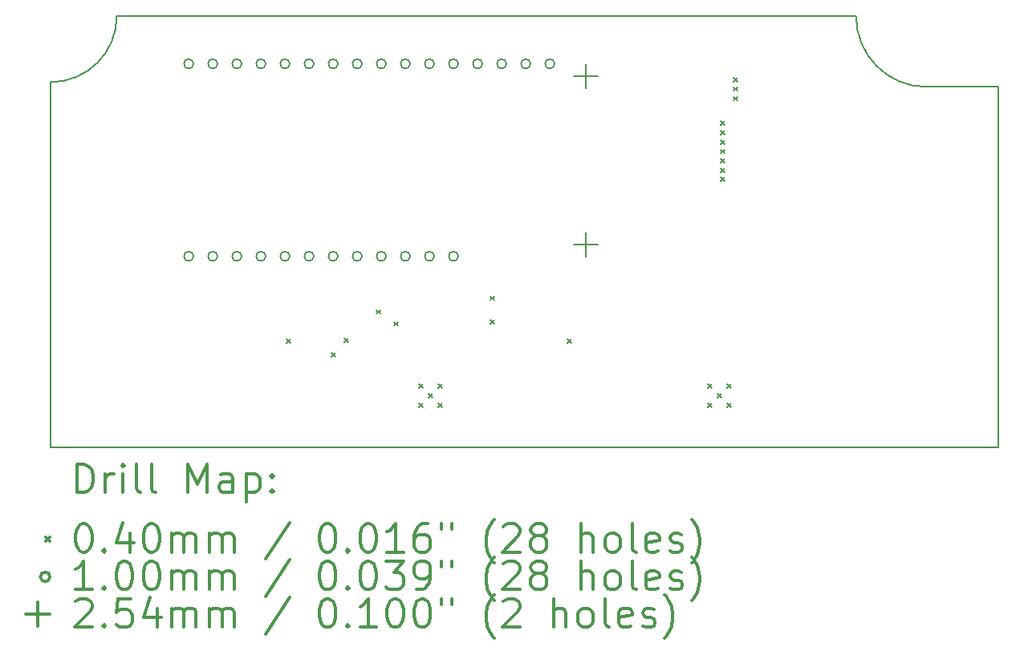
<source format=gbr>
%FSLAX45Y45*%
G04 Gerber Fmt 4.5, Leading zero omitted, Abs format (unit mm)*
G04 Created by KiCad (PCBNEW 5.1.4) date 2019-08-24 18:03:42*
%MOMM*%
%LPD*%
G04 APERTURE LIST*
%ADD10C,0.200000*%
%ADD11C,0.300000*%
G04 APERTURE END LIST*
D10*
X19200000Y-7917404D02*
X19200000Y-11725000D01*
X9200000Y-7866604D02*
X9200000Y-11725000D01*
X9895199Y-7171405D02*
X17695650Y-7171405D01*
X19200000Y-7917404D02*
X18441649Y-7917404D01*
X9200000Y-11725000D02*
X19200000Y-11725000D01*
X9895199Y-7171405D02*
G75*
G02X9200000Y-7866604I-695199J0D01*
G01*
X18441649Y-7917404D02*
G75*
G02X17695650Y-7171405I0J745999D01*
G01*
D10*
X11690000Y-10580000D02*
X11730000Y-10620000D01*
X11730000Y-10580000D02*
X11690000Y-10620000D01*
X12160000Y-10725000D02*
X12200000Y-10765000D01*
X12200000Y-10725000D02*
X12160000Y-10765000D01*
X12295000Y-10575000D02*
X12335000Y-10615000D01*
X12335000Y-10575000D02*
X12295000Y-10615000D01*
X12632825Y-10272825D02*
X12672825Y-10312825D01*
X12672825Y-10272825D02*
X12632825Y-10312825D01*
X12820000Y-10400000D02*
X12860000Y-10440000D01*
X12860000Y-10400000D02*
X12820000Y-10440000D01*
X13086400Y-11054400D02*
X13126400Y-11094400D01*
X13126400Y-11054400D02*
X13086400Y-11094400D01*
X13086400Y-11257600D02*
X13126400Y-11297600D01*
X13126400Y-11257600D02*
X13086400Y-11297600D01*
X13188000Y-11156000D02*
X13228000Y-11196000D01*
X13228000Y-11156000D02*
X13188000Y-11196000D01*
X13289600Y-11054400D02*
X13329600Y-11094400D01*
X13329600Y-11054400D02*
X13289600Y-11094400D01*
X13289600Y-11257600D02*
X13329600Y-11297600D01*
X13329600Y-11257600D02*
X13289600Y-11297600D01*
X13840000Y-10130000D02*
X13880000Y-10170000D01*
X13880000Y-10130000D02*
X13840000Y-10170000D01*
X13840000Y-10380000D02*
X13880000Y-10420000D01*
X13880000Y-10380000D02*
X13840000Y-10420000D01*
X14650000Y-10580000D02*
X14690000Y-10620000D01*
X14690000Y-10580000D02*
X14650000Y-10620000D01*
X16134400Y-11054400D02*
X16174400Y-11094400D01*
X16174400Y-11054400D02*
X16134400Y-11094400D01*
X16134400Y-11257600D02*
X16174400Y-11297600D01*
X16174400Y-11257600D02*
X16134400Y-11297600D01*
X16236000Y-11156000D02*
X16276000Y-11196000D01*
X16276000Y-11156000D02*
X16236000Y-11196000D01*
X16270000Y-8280000D02*
X16310000Y-8320000D01*
X16310000Y-8280000D02*
X16270000Y-8320000D01*
X16270000Y-8380000D02*
X16310000Y-8420000D01*
X16310000Y-8380000D02*
X16270000Y-8420000D01*
X16270000Y-8480000D02*
X16310000Y-8520000D01*
X16310000Y-8480000D02*
X16270000Y-8520000D01*
X16270000Y-8580000D02*
X16310000Y-8620000D01*
X16310000Y-8580000D02*
X16270000Y-8620000D01*
X16270000Y-8680000D02*
X16310000Y-8720000D01*
X16310000Y-8680000D02*
X16270000Y-8720000D01*
X16270000Y-8780000D02*
X16310000Y-8820000D01*
X16310000Y-8780000D02*
X16270000Y-8820000D01*
X16270000Y-8870000D02*
X16310000Y-8910000D01*
X16310000Y-8870000D02*
X16270000Y-8910000D01*
X16337600Y-11054400D02*
X16377600Y-11094400D01*
X16377600Y-11054400D02*
X16337600Y-11094400D01*
X16337600Y-11257600D02*
X16377600Y-11297600D01*
X16377600Y-11257600D02*
X16337600Y-11297600D01*
X16404200Y-7819800D02*
X16444200Y-7859800D01*
X16444200Y-7819800D02*
X16404200Y-7859800D01*
X16404200Y-7919800D02*
X16444200Y-7959800D01*
X16444200Y-7919800D02*
X16404200Y-7959800D01*
X16404200Y-8019800D02*
X16444200Y-8059800D01*
X16444200Y-8019800D02*
X16404200Y-8059800D01*
X10704000Y-7673000D02*
G75*
G03X10704000Y-7673000I-50000J0D01*
G01*
X10704000Y-9705000D02*
G75*
G03X10704000Y-9705000I-50000J0D01*
G01*
X10958000Y-7673000D02*
G75*
G03X10958000Y-7673000I-50000J0D01*
G01*
X10958000Y-9705000D02*
G75*
G03X10958000Y-9705000I-50000J0D01*
G01*
X11212000Y-7673000D02*
G75*
G03X11212000Y-7673000I-50000J0D01*
G01*
X11212000Y-9705000D02*
G75*
G03X11212000Y-9705000I-50000J0D01*
G01*
X11466000Y-7673000D02*
G75*
G03X11466000Y-7673000I-50000J0D01*
G01*
X11466000Y-9705000D02*
G75*
G03X11466000Y-9705000I-50000J0D01*
G01*
X11720000Y-7673000D02*
G75*
G03X11720000Y-7673000I-50000J0D01*
G01*
X11720000Y-9705000D02*
G75*
G03X11720000Y-9705000I-50000J0D01*
G01*
X11974000Y-7673000D02*
G75*
G03X11974000Y-7673000I-50000J0D01*
G01*
X11974000Y-9705000D02*
G75*
G03X11974000Y-9705000I-50000J0D01*
G01*
X12228000Y-7673000D02*
G75*
G03X12228000Y-7673000I-50000J0D01*
G01*
X12228000Y-9705000D02*
G75*
G03X12228000Y-9705000I-50000J0D01*
G01*
X12482000Y-7673000D02*
G75*
G03X12482000Y-7673000I-50000J0D01*
G01*
X12482000Y-9705000D02*
G75*
G03X12482000Y-9705000I-50000J0D01*
G01*
X12736000Y-7673000D02*
G75*
G03X12736000Y-7673000I-50000J0D01*
G01*
X12736000Y-9705000D02*
G75*
G03X12736000Y-9705000I-50000J0D01*
G01*
X12990000Y-7673000D02*
G75*
G03X12990000Y-7673000I-50000J0D01*
G01*
X12990000Y-9705000D02*
G75*
G03X12990000Y-9705000I-50000J0D01*
G01*
X13244000Y-7673000D02*
G75*
G03X13244000Y-7673000I-50000J0D01*
G01*
X13244000Y-9705000D02*
G75*
G03X13244000Y-9705000I-50000J0D01*
G01*
X13498000Y-7673000D02*
G75*
G03X13498000Y-7673000I-50000J0D01*
G01*
X13498000Y-9705000D02*
G75*
G03X13498000Y-9705000I-50000J0D01*
G01*
X13752000Y-7673000D02*
G75*
G03X13752000Y-7673000I-50000J0D01*
G01*
X14006000Y-7673000D02*
G75*
G03X14006000Y-7673000I-50000J0D01*
G01*
X14260000Y-7673000D02*
G75*
G03X14260000Y-7673000I-50000J0D01*
G01*
X14514000Y-7673000D02*
G75*
G03X14514000Y-7673000I-50000J0D01*
G01*
X14845000Y-7673000D02*
X14845000Y-7927000D01*
X14718000Y-7800000D02*
X14972000Y-7800000D01*
X14845000Y-9451000D02*
X14845000Y-9705000D01*
X14718000Y-9578000D02*
X14972000Y-9578000D01*
D11*
X9476428Y-12200714D02*
X9476428Y-11900714D01*
X9547857Y-11900714D01*
X9590714Y-11915000D01*
X9619286Y-11943571D01*
X9633571Y-11972143D01*
X9647857Y-12029286D01*
X9647857Y-12072143D01*
X9633571Y-12129286D01*
X9619286Y-12157857D01*
X9590714Y-12186429D01*
X9547857Y-12200714D01*
X9476428Y-12200714D01*
X9776428Y-12200714D02*
X9776428Y-12000714D01*
X9776428Y-12057857D02*
X9790714Y-12029286D01*
X9805000Y-12015000D01*
X9833571Y-12000714D01*
X9862143Y-12000714D01*
X9962143Y-12200714D02*
X9962143Y-12000714D01*
X9962143Y-11900714D02*
X9947857Y-11915000D01*
X9962143Y-11929286D01*
X9976428Y-11915000D01*
X9962143Y-11900714D01*
X9962143Y-11929286D01*
X10147857Y-12200714D02*
X10119286Y-12186429D01*
X10105000Y-12157857D01*
X10105000Y-11900714D01*
X10305000Y-12200714D02*
X10276428Y-12186429D01*
X10262143Y-12157857D01*
X10262143Y-11900714D01*
X10647857Y-12200714D02*
X10647857Y-11900714D01*
X10747857Y-12115000D01*
X10847857Y-11900714D01*
X10847857Y-12200714D01*
X11119286Y-12200714D02*
X11119286Y-12043571D01*
X11105000Y-12015000D01*
X11076428Y-12000714D01*
X11019286Y-12000714D01*
X10990714Y-12015000D01*
X11119286Y-12186429D02*
X11090714Y-12200714D01*
X11019286Y-12200714D01*
X10990714Y-12186429D01*
X10976428Y-12157857D01*
X10976428Y-12129286D01*
X10990714Y-12100714D01*
X11019286Y-12086429D01*
X11090714Y-12086429D01*
X11119286Y-12072143D01*
X11262143Y-12000714D02*
X11262143Y-12300714D01*
X11262143Y-12015000D02*
X11290714Y-12000714D01*
X11347857Y-12000714D01*
X11376428Y-12015000D01*
X11390714Y-12029286D01*
X11405000Y-12057857D01*
X11405000Y-12143571D01*
X11390714Y-12172143D01*
X11376428Y-12186429D01*
X11347857Y-12200714D01*
X11290714Y-12200714D01*
X11262143Y-12186429D01*
X11533571Y-12172143D02*
X11547857Y-12186429D01*
X11533571Y-12200714D01*
X11519286Y-12186429D01*
X11533571Y-12172143D01*
X11533571Y-12200714D01*
X11533571Y-12015000D02*
X11547857Y-12029286D01*
X11533571Y-12043571D01*
X11519286Y-12029286D01*
X11533571Y-12015000D01*
X11533571Y-12043571D01*
X9150000Y-12675000D02*
X9190000Y-12715000D01*
X9190000Y-12675000D02*
X9150000Y-12715000D01*
X9533571Y-12530714D02*
X9562143Y-12530714D01*
X9590714Y-12545000D01*
X9605000Y-12559286D01*
X9619286Y-12587857D01*
X9633571Y-12645000D01*
X9633571Y-12716429D01*
X9619286Y-12773571D01*
X9605000Y-12802143D01*
X9590714Y-12816429D01*
X9562143Y-12830714D01*
X9533571Y-12830714D01*
X9505000Y-12816429D01*
X9490714Y-12802143D01*
X9476428Y-12773571D01*
X9462143Y-12716429D01*
X9462143Y-12645000D01*
X9476428Y-12587857D01*
X9490714Y-12559286D01*
X9505000Y-12545000D01*
X9533571Y-12530714D01*
X9762143Y-12802143D02*
X9776428Y-12816429D01*
X9762143Y-12830714D01*
X9747857Y-12816429D01*
X9762143Y-12802143D01*
X9762143Y-12830714D01*
X10033571Y-12630714D02*
X10033571Y-12830714D01*
X9962143Y-12516429D02*
X9890714Y-12730714D01*
X10076428Y-12730714D01*
X10247857Y-12530714D02*
X10276428Y-12530714D01*
X10305000Y-12545000D01*
X10319286Y-12559286D01*
X10333571Y-12587857D01*
X10347857Y-12645000D01*
X10347857Y-12716429D01*
X10333571Y-12773571D01*
X10319286Y-12802143D01*
X10305000Y-12816429D01*
X10276428Y-12830714D01*
X10247857Y-12830714D01*
X10219286Y-12816429D01*
X10205000Y-12802143D01*
X10190714Y-12773571D01*
X10176428Y-12716429D01*
X10176428Y-12645000D01*
X10190714Y-12587857D01*
X10205000Y-12559286D01*
X10219286Y-12545000D01*
X10247857Y-12530714D01*
X10476428Y-12830714D02*
X10476428Y-12630714D01*
X10476428Y-12659286D02*
X10490714Y-12645000D01*
X10519286Y-12630714D01*
X10562143Y-12630714D01*
X10590714Y-12645000D01*
X10605000Y-12673571D01*
X10605000Y-12830714D01*
X10605000Y-12673571D02*
X10619286Y-12645000D01*
X10647857Y-12630714D01*
X10690714Y-12630714D01*
X10719286Y-12645000D01*
X10733571Y-12673571D01*
X10733571Y-12830714D01*
X10876428Y-12830714D02*
X10876428Y-12630714D01*
X10876428Y-12659286D02*
X10890714Y-12645000D01*
X10919286Y-12630714D01*
X10962143Y-12630714D01*
X10990714Y-12645000D01*
X11005000Y-12673571D01*
X11005000Y-12830714D01*
X11005000Y-12673571D02*
X11019286Y-12645000D01*
X11047857Y-12630714D01*
X11090714Y-12630714D01*
X11119286Y-12645000D01*
X11133571Y-12673571D01*
X11133571Y-12830714D01*
X11719286Y-12516429D02*
X11462143Y-12902143D01*
X12105000Y-12530714D02*
X12133571Y-12530714D01*
X12162143Y-12545000D01*
X12176428Y-12559286D01*
X12190714Y-12587857D01*
X12205000Y-12645000D01*
X12205000Y-12716429D01*
X12190714Y-12773571D01*
X12176428Y-12802143D01*
X12162143Y-12816429D01*
X12133571Y-12830714D01*
X12105000Y-12830714D01*
X12076428Y-12816429D01*
X12062143Y-12802143D01*
X12047857Y-12773571D01*
X12033571Y-12716429D01*
X12033571Y-12645000D01*
X12047857Y-12587857D01*
X12062143Y-12559286D01*
X12076428Y-12545000D01*
X12105000Y-12530714D01*
X12333571Y-12802143D02*
X12347857Y-12816429D01*
X12333571Y-12830714D01*
X12319286Y-12816429D01*
X12333571Y-12802143D01*
X12333571Y-12830714D01*
X12533571Y-12530714D02*
X12562143Y-12530714D01*
X12590714Y-12545000D01*
X12605000Y-12559286D01*
X12619286Y-12587857D01*
X12633571Y-12645000D01*
X12633571Y-12716429D01*
X12619286Y-12773571D01*
X12605000Y-12802143D01*
X12590714Y-12816429D01*
X12562143Y-12830714D01*
X12533571Y-12830714D01*
X12505000Y-12816429D01*
X12490714Y-12802143D01*
X12476428Y-12773571D01*
X12462143Y-12716429D01*
X12462143Y-12645000D01*
X12476428Y-12587857D01*
X12490714Y-12559286D01*
X12505000Y-12545000D01*
X12533571Y-12530714D01*
X12919286Y-12830714D02*
X12747857Y-12830714D01*
X12833571Y-12830714D02*
X12833571Y-12530714D01*
X12805000Y-12573571D01*
X12776428Y-12602143D01*
X12747857Y-12616429D01*
X13176428Y-12530714D02*
X13119286Y-12530714D01*
X13090714Y-12545000D01*
X13076428Y-12559286D01*
X13047857Y-12602143D01*
X13033571Y-12659286D01*
X13033571Y-12773571D01*
X13047857Y-12802143D01*
X13062143Y-12816429D01*
X13090714Y-12830714D01*
X13147857Y-12830714D01*
X13176428Y-12816429D01*
X13190714Y-12802143D01*
X13205000Y-12773571D01*
X13205000Y-12702143D01*
X13190714Y-12673571D01*
X13176428Y-12659286D01*
X13147857Y-12645000D01*
X13090714Y-12645000D01*
X13062143Y-12659286D01*
X13047857Y-12673571D01*
X13033571Y-12702143D01*
X13319286Y-12530714D02*
X13319286Y-12587857D01*
X13433571Y-12530714D02*
X13433571Y-12587857D01*
X13876428Y-12945000D02*
X13862143Y-12930714D01*
X13833571Y-12887857D01*
X13819286Y-12859286D01*
X13805000Y-12816429D01*
X13790714Y-12745000D01*
X13790714Y-12687857D01*
X13805000Y-12616429D01*
X13819286Y-12573571D01*
X13833571Y-12545000D01*
X13862143Y-12502143D01*
X13876428Y-12487857D01*
X13976428Y-12559286D02*
X13990714Y-12545000D01*
X14019286Y-12530714D01*
X14090714Y-12530714D01*
X14119286Y-12545000D01*
X14133571Y-12559286D01*
X14147857Y-12587857D01*
X14147857Y-12616429D01*
X14133571Y-12659286D01*
X13962143Y-12830714D01*
X14147857Y-12830714D01*
X14319286Y-12659286D02*
X14290714Y-12645000D01*
X14276428Y-12630714D01*
X14262143Y-12602143D01*
X14262143Y-12587857D01*
X14276428Y-12559286D01*
X14290714Y-12545000D01*
X14319286Y-12530714D01*
X14376428Y-12530714D01*
X14405000Y-12545000D01*
X14419286Y-12559286D01*
X14433571Y-12587857D01*
X14433571Y-12602143D01*
X14419286Y-12630714D01*
X14405000Y-12645000D01*
X14376428Y-12659286D01*
X14319286Y-12659286D01*
X14290714Y-12673571D01*
X14276428Y-12687857D01*
X14262143Y-12716429D01*
X14262143Y-12773571D01*
X14276428Y-12802143D01*
X14290714Y-12816429D01*
X14319286Y-12830714D01*
X14376428Y-12830714D01*
X14405000Y-12816429D01*
X14419286Y-12802143D01*
X14433571Y-12773571D01*
X14433571Y-12716429D01*
X14419286Y-12687857D01*
X14405000Y-12673571D01*
X14376428Y-12659286D01*
X14790714Y-12830714D02*
X14790714Y-12530714D01*
X14919286Y-12830714D02*
X14919286Y-12673571D01*
X14905000Y-12645000D01*
X14876428Y-12630714D01*
X14833571Y-12630714D01*
X14805000Y-12645000D01*
X14790714Y-12659286D01*
X15105000Y-12830714D02*
X15076428Y-12816429D01*
X15062143Y-12802143D01*
X15047857Y-12773571D01*
X15047857Y-12687857D01*
X15062143Y-12659286D01*
X15076428Y-12645000D01*
X15105000Y-12630714D01*
X15147857Y-12630714D01*
X15176428Y-12645000D01*
X15190714Y-12659286D01*
X15205000Y-12687857D01*
X15205000Y-12773571D01*
X15190714Y-12802143D01*
X15176428Y-12816429D01*
X15147857Y-12830714D01*
X15105000Y-12830714D01*
X15376428Y-12830714D02*
X15347857Y-12816429D01*
X15333571Y-12787857D01*
X15333571Y-12530714D01*
X15605000Y-12816429D02*
X15576428Y-12830714D01*
X15519286Y-12830714D01*
X15490714Y-12816429D01*
X15476428Y-12787857D01*
X15476428Y-12673571D01*
X15490714Y-12645000D01*
X15519286Y-12630714D01*
X15576428Y-12630714D01*
X15605000Y-12645000D01*
X15619286Y-12673571D01*
X15619286Y-12702143D01*
X15476428Y-12730714D01*
X15733571Y-12816429D02*
X15762143Y-12830714D01*
X15819286Y-12830714D01*
X15847857Y-12816429D01*
X15862143Y-12787857D01*
X15862143Y-12773571D01*
X15847857Y-12745000D01*
X15819286Y-12730714D01*
X15776428Y-12730714D01*
X15747857Y-12716429D01*
X15733571Y-12687857D01*
X15733571Y-12673571D01*
X15747857Y-12645000D01*
X15776428Y-12630714D01*
X15819286Y-12630714D01*
X15847857Y-12645000D01*
X15962143Y-12945000D02*
X15976428Y-12930714D01*
X16005000Y-12887857D01*
X16019286Y-12859286D01*
X16033571Y-12816429D01*
X16047857Y-12745000D01*
X16047857Y-12687857D01*
X16033571Y-12616429D01*
X16019286Y-12573571D01*
X16005000Y-12545000D01*
X15976428Y-12502143D01*
X15962143Y-12487857D01*
X9190000Y-13091000D02*
G75*
G03X9190000Y-13091000I-50000J0D01*
G01*
X9633571Y-13226714D02*
X9462143Y-13226714D01*
X9547857Y-13226714D02*
X9547857Y-12926714D01*
X9519286Y-12969571D01*
X9490714Y-12998143D01*
X9462143Y-13012429D01*
X9762143Y-13198143D02*
X9776428Y-13212429D01*
X9762143Y-13226714D01*
X9747857Y-13212429D01*
X9762143Y-13198143D01*
X9762143Y-13226714D01*
X9962143Y-12926714D02*
X9990714Y-12926714D01*
X10019286Y-12941000D01*
X10033571Y-12955286D01*
X10047857Y-12983857D01*
X10062143Y-13041000D01*
X10062143Y-13112429D01*
X10047857Y-13169571D01*
X10033571Y-13198143D01*
X10019286Y-13212429D01*
X9990714Y-13226714D01*
X9962143Y-13226714D01*
X9933571Y-13212429D01*
X9919286Y-13198143D01*
X9905000Y-13169571D01*
X9890714Y-13112429D01*
X9890714Y-13041000D01*
X9905000Y-12983857D01*
X9919286Y-12955286D01*
X9933571Y-12941000D01*
X9962143Y-12926714D01*
X10247857Y-12926714D02*
X10276428Y-12926714D01*
X10305000Y-12941000D01*
X10319286Y-12955286D01*
X10333571Y-12983857D01*
X10347857Y-13041000D01*
X10347857Y-13112429D01*
X10333571Y-13169571D01*
X10319286Y-13198143D01*
X10305000Y-13212429D01*
X10276428Y-13226714D01*
X10247857Y-13226714D01*
X10219286Y-13212429D01*
X10205000Y-13198143D01*
X10190714Y-13169571D01*
X10176428Y-13112429D01*
X10176428Y-13041000D01*
X10190714Y-12983857D01*
X10205000Y-12955286D01*
X10219286Y-12941000D01*
X10247857Y-12926714D01*
X10476428Y-13226714D02*
X10476428Y-13026714D01*
X10476428Y-13055286D02*
X10490714Y-13041000D01*
X10519286Y-13026714D01*
X10562143Y-13026714D01*
X10590714Y-13041000D01*
X10605000Y-13069571D01*
X10605000Y-13226714D01*
X10605000Y-13069571D02*
X10619286Y-13041000D01*
X10647857Y-13026714D01*
X10690714Y-13026714D01*
X10719286Y-13041000D01*
X10733571Y-13069571D01*
X10733571Y-13226714D01*
X10876428Y-13226714D02*
X10876428Y-13026714D01*
X10876428Y-13055286D02*
X10890714Y-13041000D01*
X10919286Y-13026714D01*
X10962143Y-13026714D01*
X10990714Y-13041000D01*
X11005000Y-13069571D01*
X11005000Y-13226714D01*
X11005000Y-13069571D02*
X11019286Y-13041000D01*
X11047857Y-13026714D01*
X11090714Y-13026714D01*
X11119286Y-13041000D01*
X11133571Y-13069571D01*
X11133571Y-13226714D01*
X11719286Y-12912429D02*
X11462143Y-13298143D01*
X12105000Y-12926714D02*
X12133571Y-12926714D01*
X12162143Y-12941000D01*
X12176428Y-12955286D01*
X12190714Y-12983857D01*
X12205000Y-13041000D01*
X12205000Y-13112429D01*
X12190714Y-13169571D01*
X12176428Y-13198143D01*
X12162143Y-13212429D01*
X12133571Y-13226714D01*
X12105000Y-13226714D01*
X12076428Y-13212429D01*
X12062143Y-13198143D01*
X12047857Y-13169571D01*
X12033571Y-13112429D01*
X12033571Y-13041000D01*
X12047857Y-12983857D01*
X12062143Y-12955286D01*
X12076428Y-12941000D01*
X12105000Y-12926714D01*
X12333571Y-13198143D02*
X12347857Y-13212429D01*
X12333571Y-13226714D01*
X12319286Y-13212429D01*
X12333571Y-13198143D01*
X12333571Y-13226714D01*
X12533571Y-12926714D02*
X12562143Y-12926714D01*
X12590714Y-12941000D01*
X12605000Y-12955286D01*
X12619286Y-12983857D01*
X12633571Y-13041000D01*
X12633571Y-13112429D01*
X12619286Y-13169571D01*
X12605000Y-13198143D01*
X12590714Y-13212429D01*
X12562143Y-13226714D01*
X12533571Y-13226714D01*
X12505000Y-13212429D01*
X12490714Y-13198143D01*
X12476428Y-13169571D01*
X12462143Y-13112429D01*
X12462143Y-13041000D01*
X12476428Y-12983857D01*
X12490714Y-12955286D01*
X12505000Y-12941000D01*
X12533571Y-12926714D01*
X12733571Y-12926714D02*
X12919286Y-12926714D01*
X12819286Y-13041000D01*
X12862143Y-13041000D01*
X12890714Y-13055286D01*
X12905000Y-13069571D01*
X12919286Y-13098143D01*
X12919286Y-13169571D01*
X12905000Y-13198143D01*
X12890714Y-13212429D01*
X12862143Y-13226714D01*
X12776428Y-13226714D01*
X12747857Y-13212429D01*
X12733571Y-13198143D01*
X13062143Y-13226714D02*
X13119286Y-13226714D01*
X13147857Y-13212429D01*
X13162143Y-13198143D01*
X13190714Y-13155286D01*
X13205000Y-13098143D01*
X13205000Y-12983857D01*
X13190714Y-12955286D01*
X13176428Y-12941000D01*
X13147857Y-12926714D01*
X13090714Y-12926714D01*
X13062143Y-12941000D01*
X13047857Y-12955286D01*
X13033571Y-12983857D01*
X13033571Y-13055286D01*
X13047857Y-13083857D01*
X13062143Y-13098143D01*
X13090714Y-13112429D01*
X13147857Y-13112429D01*
X13176428Y-13098143D01*
X13190714Y-13083857D01*
X13205000Y-13055286D01*
X13319286Y-12926714D02*
X13319286Y-12983857D01*
X13433571Y-12926714D02*
X13433571Y-12983857D01*
X13876428Y-13341000D02*
X13862143Y-13326714D01*
X13833571Y-13283857D01*
X13819286Y-13255286D01*
X13805000Y-13212429D01*
X13790714Y-13141000D01*
X13790714Y-13083857D01*
X13805000Y-13012429D01*
X13819286Y-12969571D01*
X13833571Y-12941000D01*
X13862143Y-12898143D01*
X13876428Y-12883857D01*
X13976428Y-12955286D02*
X13990714Y-12941000D01*
X14019286Y-12926714D01*
X14090714Y-12926714D01*
X14119286Y-12941000D01*
X14133571Y-12955286D01*
X14147857Y-12983857D01*
X14147857Y-13012429D01*
X14133571Y-13055286D01*
X13962143Y-13226714D01*
X14147857Y-13226714D01*
X14319286Y-13055286D02*
X14290714Y-13041000D01*
X14276428Y-13026714D01*
X14262143Y-12998143D01*
X14262143Y-12983857D01*
X14276428Y-12955286D01*
X14290714Y-12941000D01*
X14319286Y-12926714D01*
X14376428Y-12926714D01*
X14405000Y-12941000D01*
X14419286Y-12955286D01*
X14433571Y-12983857D01*
X14433571Y-12998143D01*
X14419286Y-13026714D01*
X14405000Y-13041000D01*
X14376428Y-13055286D01*
X14319286Y-13055286D01*
X14290714Y-13069571D01*
X14276428Y-13083857D01*
X14262143Y-13112429D01*
X14262143Y-13169571D01*
X14276428Y-13198143D01*
X14290714Y-13212429D01*
X14319286Y-13226714D01*
X14376428Y-13226714D01*
X14405000Y-13212429D01*
X14419286Y-13198143D01*
X14433571Y-13169571D01*
X14433571Y-13112429D01*
X14419286Y-13083857D01*
X14405000Y-13069571D01*
X14376428Y-13055286D01*
X14790714Y-13226714D02*
X14790714Y-12926714D01*
X14919286Y-13226714D02*
X14919286Y-13069571D01*
X14905000Y-13041000D01*
X14876428Y-13026714D01*
X14833571Y-13026714D01*
X14805000Y-13041000D01*
X14790714Y-13055286D01*
X15105000Y-13226714D02*
X15076428Y-13212429D01*
X15062143Y-13198143D01*
X15047857Y-13169571D01*
X15047857Y-13083857D01*
X15062143Y-13055286D01*
X15076428Y-13041000D01*
X15105000Y-13026714D01*
X15147857Y-13026714D01*
X15176428Y-13041000D01*
X15190714Y-13055286D01*
X15205000Y-13083857D01*
X15205000Y-13169571D01*
X15190714Y-13198143D01*
X15176428Y-13212429D01*
X15147857Y-13226714D01*
X15105000Y-13226714D01*
X15376428Y-13226714D02*
X15347857Y-13212429D01*
X15333571Y-13183857D01*
X15333571Y-12926714D01*
X15605000Y-13212429D02*
X15576428Y-13226714D01*
X15519286Y-13226714D01*
X15490714Y-13212429D01*
X15476428Y-13183857D01*
X15476428Y-13069571D01*
X15490714Y-13041000D01*
X15519286Y-13026714D01*
X15576428Y-13026714D01*
X15605000Y-13041000D01*
X15619286Y-13069571D01*
X15619286Y-13098143D01*
X15476428Y-13126714D01*
X15733571Y-13212429D02*
X15762143Y-13226714D01*
X15819286Y-13226714D01*
X15847857Y-13212429D01*
X15862143Y-13183857D01*
X15862143Y-13169571D01*
X15847857Y-13141000D01*
X15819286Y-13126714D01*
X15776428Y-13126714D01*
X15747857Y-13112429D01*
X15733571Y-13083857D01*
X15733571Y-13069571D01*
X15747857Y-13041000D01*
X15776428Y-13026714D01*
X15819286Y-13026714D01*
X15847857Y-13041000D01*
X15962143Y-13341000D02*
X15976428Y-13326714D01*
X16005000Y-13283857D01*
X16019286Y-13255286D01*
X16033571Y-13212429D01*
X16047857Y-13141000D01*
X16047857Y-13083857D01*
X16033571Y-13012429D01*
X16019286Y-12969571D01*
X16005000Y-12941000D01*
X15976428Y-12898143D01*
X15962143Y-12883857D01*
X9063000Y-13360000D02*
X9063000Y-13614000D01*
X8936000Y-13487000D02*
X9190000Y-13487000D01*
X9462143Y-13351286D02*
X9476428Y-13337000D01*
X9505000Y-13322714D01*
X9576428Y-13322714D01*
X9605000Y-13337000D01*
X9619286Y-13351286D01*
X9633571Y-13379857D01*
X9633571Y-13408429D01*
X9619286Y-13451286D01*
X9447857Y-13622714D01*
X9633571Y-13622714D01*
X9762143Y-13594143D02*
X9776428Y-13608429D01*
X9762143Y-13622714D01*
X9747857Y-13608429D01*
X9762143Y-13594143D01*
X9762143Y-13622714D01*
X10047857Y-13322714D02*
X9905000Y-13322714D01*
X9890714Y-13465571D01*
X9905000Y-13451286D01*
X9933571Y-13437000D01*
X10005000Y-13437000D01*
X10033571Y-13451286D01*
X10047857Y-13465571D01*
X10062143Y-13494143D01*
X10062143Y-13565571D01*
X10047857Y-13594143D01*
X10033571Y-13608429D01*
X10005000Y-13622714D01*
X9933571Y-13622714D01*
X9905000Y-13608429D01*
X9890714Y-13594143D01*
X10319286Y-13422714D02*
X10319286Y-13622714D01*
X10247857Y-13308429D02*
X10176428Y-13522714D01*
X10362143Y-13522714D01*
X10476428Y-13622714D02*
X10476428Y-13422714D01*
X10476428Y-13451286D02*
X10490714Y-13437000D01*
X10519286Y-13422714D01*
X10562143Y-13422714D01*
X10590714Y-13437000D01*
X10605000Y-13465571D01*
X10605000Y-13622714D01*
X10605000Y-13465571D02*
X10619286Y-13437000D01*
X10647857Y-13422714D01*
X10690714Y-13422714D01*
X10719286Y-13437000D01*
X10733571Y-13465571D01*
X10733571Y-13622714D01*
X10876428Y-13622714D02*
X10876428Y-13422714D01*
X10876428Y-13451286D02*
X10890714Y-13437000D01*
X10919286Y-13422714D01*
X10962143Y-13422714D01*
X10990714Y-13437000D01*
X11005000Y-13465571D01*
X11005000Y-13622714D01*
X11005000Y-13465571D02*
X11019286Y-13437000D01*
X11047857Y-13422714D01*
X11090714Y-13422714D01*
X11119286Y-13437000D01*
X11133571Y-13465571D01*
X11133571Y-13622714D01*
X11719286Y-13308429D02*
X11462143Y-13694143D01*
X12105000Y-13322714D02*
X12133571Y-13322714D01*
X12162143Y-13337000D01*
X12176428Y-13351286D01*
X12190714Y-13379857D01*
X12205000Y-13437000D01*
X12205000Y-13508429D01*
X12190714Y-13565571D01*
X12176428Y-13594143D01*
X12162143Y-13608429D01*
X12133571Y-13622714D01*
X12105000Y-13622714D01*
X12076428Y-13608429D01*
X12062143Y-13594143D01*
X12047857Y-13565571D01*
X12033571Y-13508429D01*
X12033571Y-13437000D01*
X12047857Y-13379857D01*
X12062143Y-13351286D01*
X12076428Y-13337000D01*
X12105000Y-13322714D01*
X12333571Y-13594143D02*
X12347857Y-13608429D01*
X12333571Y-13622714D01*
X12319286Y-13608429D01*
X12333571Y-13594143D01*
X12333571Y-13622714D01*
X12633571Y-13622714D02*
X12462143Y-13622714D01*
X12547857Y-13622714D02*
X12547857Y-13322714D01*
X12519286Y-13365571D01*
X12490714Y-13394143D01*
X12462143Y-13408429D01*
X12819286Y-13322714D02*
X12847857Y-13322714D01*
X12876428Y-13337000D01*
X12890714Y-13351286D01*
X12905000Y-13379857D01*
X12919286Y-13437000D01*
X12919286Y-13508429D01*
X12905000Y-13565571D01*
X12890714Y-13594143D01*
X12876428Y-13608429D01*
X12847857Y-13622714D01*
X12819286Y-13622714D01*
X12790714Y-13608429D01*
X12776428Y-13594143D01*
X12762143Y-13565571D01*
X12747857Y-13508429D01*
X12747857Y-13437000D01*
X12762143Y-13379857D01*
X12776428Y-13351286D01*
X12790714Y-13337000D01*
X12819286Y-13322714D01*
X13105000Y-13322714D02*
X13133571Y-13322714D01*
X13162143Y-13337000D01*
X13176428Y-13351286D01*
X13190714Y-13379857D01*
X13205000Y-13437000D01*
X13205000Y-13508429D01*
X13190714Y-13565571D01*
X13176428Y-13594143D01*
X13162143Y-13608429D01*
X13133571Y-13622714D01*
X13105000Y-13622714D01*
X13076428Y-13608429D01*
X13062143Y-13594143D01*
X13047857Y-13565571D01*
X13033571Y-13508429D01*
X13033571Y-13437000D01*
X13047857Y-13379857D01*
X13062143Y-13351286D01*
X13076428Y-13337000D01*
X13105000Y-13322714D01*
X13319286Y-13322714D02*
X13319286Y-13379857D01*
X13433571Y-13322714D02*
X13433571Y-13379857D01*
X13876428Y-13737000D02*
X13862143Y-13722714D01*
X13833571Y-13679857D01*
X13819286Y-13651286D01*
X13805000Y-13608429D01*
X13790714Y-13537000D01*
X13790714Y-13479857D01*
X13805000Y-13408429D01*
X13819286Y-13365571D01*
X13833571Y-13337000D01*
X13862143Y-13294143D01*
X13876428Y-13279857D01*
X13976428Y-13351286D02*
X13990714Y-13337000D01*
X14019286Y-13322714D01*
X14090714Y-13322714D01*
X14119286Y-13337000D01*
X14133571Y-13351286D01*
X14147857Y-13379857D01*
X14147857Y-13408429D01*
X14133571Y-13451286D01*
X13962143Y-13622714D01*
X14147857Y-13622714D01*
X14505000Y-13622714D02*
X14505000Y-13322714D01*
X14633571Y-13622714D02*
X14633571Y-13465571D01*
X14619286Y-13437000D01*
X14590714Y-13422714D01*
X14547857Y-13422714D01*
X14519286Y-13437000D01*
X14505000Y-13451286D01*
X14819286Y-13622714D02*
X14790714Y-13608429D01*
X14776428Y-13594143D01*
X14762143Y-13565571D01*
X14762143Y-13479857D01*
X14776428Y-13451286D01*
X14790714Y-13437000D01*
X14819286Y-13422714D01*
X14862143Y-13422714D01*
X14890714Y-13437000D01*
X14905000Y-13451286D01*
X14919286Y-13479857D01*
X14919286Y-13565571D01*
X14905000Y-13594143D01*
X14890714Y-13608429D01*
X14862143Y-13622714D01*
X14819286Y-13622714D01*
X15090714Y-13622714D02*
X15062143Y-13608429D01*
X15047857Y-13579857D01*
X15047857Y-13322714D01*
X15319286Y-13608429D02*
X15290714Y-13622714D01*
X15233571Y-13622714D01*
X15205000Y-13608429D01*
X15190714Y-13579857D01*
X15190714Y-13465571D01*
X15205000Y-13437000D01*
X15233571Y-13422714D01*
X15290714Y-13422714D01*
X15319286Y-13437000D01*
X15333571Y-13465571D01*
X15333571Y-13494143D01*
X15190714Y-13522714D01*
X15447857Y-13608429D02*
X15476428Y-13622714D01*
X15533571Y-13622714D01*
X15562143Y-13608429D01*
X15576428Y-13579857D01*
X15576428Y-13565571D01*
X15562143Y-13537000D01*
X15533571Y-13522714D01*
X15490714Y-13522714D01*
X15462143Y-13508429D01*
X15447857Y-13479857D01*
X15447857Y-13465571D01*
X15462143Y-13437000D01*
X15490714Y-13422714D01*
X15533571Y-13422714D01*
X15562143Y-13437000D01*
X15676428Y-13737000D02*
X15690714Y-13722714D01*
X15719286Y-13679857D01*
X15733571Y-13651286D01*
X15747857Y-13608429D01*
X15762143Y-13537000D01*
X15762143Y-13479857D01*
X15747857Y-13408429D01*
X15733571Y-13365571D01*
X15719286Y-13337000D01*
X15690714Y-13294143D01*
X15676428Y-13279857D01*
M02*

</source>
